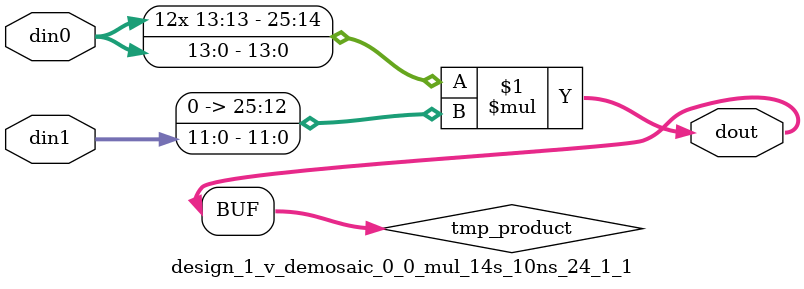
<source format=v>

`timescale 1 ns / 1 ps

 module design_1_v_demosaic_0_0_mul_14s_10ns_24_1_1(din0, din1, dout);
parameter ID = 1;
parameter NUM_STAGE = 0;
parameter din0_WIDTH = 14;
parameter din1_WIDTH = 12;
parameter dout_WIDTH = 26;

input [din0_WIDTH - 1 : 0] din0; 
input [din1_WIDTH - 1 : 0] din1; 
output [dout_WIDTH - 1 : 0] dout;

wire signed [dout_WIDTH - 1 : 0] tmp_product;


























assign tmp_product = $signed(din0) * $signed({1'b0, din1});









assign dout = tmp_product;





















endmodule

</source>
